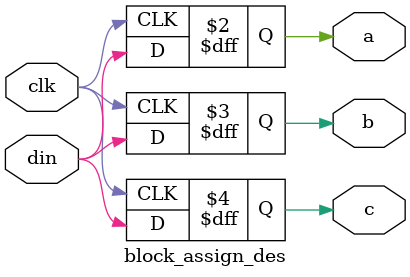
<source format=v>
module block_assign_des(din, clk, a, b, c);
input din;
input clk;
output reg a;
output reg b;
output reg c;
always @(posedge clk)
begin
	a = din;
        b = a;
        c = b;
end
endmodule

</source>
